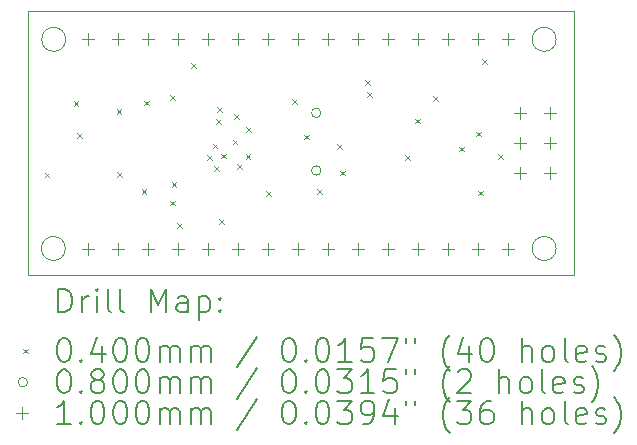
<source format=gbr>
%TF.GenerationSoftware,KiCad,Pcbnew,7.0.10*%
%TF.CreationDate,2024-02-19T12:28:38+05:30*%
%TF.ProjectId,ArduinoNano _Rudra_2021eeb1208,41726475-696e-46f4-9e61-6e6f205f5275,rev?*%
%TF.SameCoordinates,Original*%
%TF.FileFunction,Drillmap*%
%TF.FilePolarity,Positive*%
%FSLAX45Y45*%
G04 Gerber Fmt 4.5, Leading zero omitted, Abs format (unit mm)*
G04 Created by KiCad (PCBNEW 7.0.10) date 2024-02-19 12:28:38*
%MOMM*%
%LPD*%
G01*
G04 APERTURE LIST*
%ADD10C,0.100000*%
%ADD11C,0.200000*%
G04 APERTURE END LIST*
D10*
X6261100Y-9715500D02*
G75*
G03*
X6057900Y-9715500I-101600J0D01*
G01*
X6057900Y-9715500D02*
G75*
G03*
X6261100Y-9715500I101600J0D01*
G01*
X10414000Y-11486000D02*
G75*
G03*
X10210800Y-11486000I-101600J0D01*
G01*
X10210800Y-11486000D02*
G75*
G03*
X10414000Y-11486000I101600J0D01*
G01*
X6258600Y-11486000D02*
G75*
G03*
X6055400Y-11486000I-101600J0D01*
G01*
X6055400Y-11486000D02*
G75*
G03*
X6258600Y-11486000I101600J0D01*
G01*
X5943600Y-9474200D02*
X10566400Y-9474200D01*
X10566400Y-11709400D01*
X5943600Y-11709400D01*
X5943600Y-9474200D01*
X10414000Y-9715500D02*
G75*
G03*
X10210800Y-9715500I-101600J0D01*
G01*
X10210800Y-9715500D02*
G75*
G03*
X10414000Y-9715500I101600J0D01*
G01*
D11*
D10*
X6082890Y-10843760D02*
X6122890Y-10883760D01*
X6122890Y-10843760D02*
X6082890Y-10883760D01*
X6328020Y-10237340D02*
X6368020Y-10277340D01*
X6368020Y-10237340D02*
X6328020Y-10277340D01*
X6360770Y-10508170D02*
X6400770Y-10548170D01*
X6400770Y-10508170D02*
X6360770Y-10548170D01*
X6693140Y-10306800D02*
X6733140Y-10346800D01*
X6733140Y-10306800D02*
X6693140Y-10346800D01*
X6698720Y-10838190D02*
X6738720Y-10878190D01*
X6738720Y-10838190D02*
X6698720Y-10878190D01*
X6904610Y-10981190D02*
X6944610Y-11021190D01*
X6944610Y-10981190D02*
X6904610Y-11021190D01*
X6927760Y-10234450D02*
X6967760Y-10274450D01*
X6967760Y-10234450D02*
X6927760Y-10274450D01*
X7147480Y-10188350D02*
X7187480Y-10228350D01*
X7187480Y-10188350D02*
X7147480Y-10228350D01*
X7148420Y-11080680D02*
X7188420Y-11120680D01*
X7188420Y-11080680D02*
X7148420Y-11120680D01*
X7157780Y-10922070D02*
X7197780Y-10962070D01*
X7197780Y-10922070D02*
X7157780Y-10962070D01*
X7205760Y-11273740D02*
X7245760Y-11313740D01*
X7245760Y-11273740D02*
X7205760Y-11313740D01*
X7322260Y-9919120D02*
X7362260Y-9959120D01*
X7362260Y-9919120D02*
X7322260Y-9959120D01*
X7460490Y-10696910D02*
X7500490Y-10736910D01*
X7500490Y-10696910D02*
X7460490Y-10736910D01*
X7505520Y-10599450D02*
X7545520Y-10639450D01*
X7545520Y-10599450D02*
X7505520Y-10639450D01*
X7515280Y-10787240D02*
X7555280Y-10827240D01*
X7555280Y-10787240D02*
X7515280Y-10827240D01*
X7535670Y-10390210D02*
X7575670Y-10430210D01*
X7575670Y-10390210D02*
X7535670Y-10430210D01*
X7541890Y-10286490D02*
X7581890Y-10326490D01*
X7581890Y-10286490D02*
X7541890Y-10326490D01*
X7558950Y-11236050D02*
X7598950Y-11276050D01*
X7598950Y-11236050D02*
X7558950Y-11276050D01*
X7576670Y-10682110D02*
X7616670Y-10722110D01*
X7616670Y-10682110D02*
X7576670Y-10722110D01*
X7675900Y-10565530D02*
X7715900Y-10605530D01*
X7715900Y-10565530D02*
X7675900Y-10605530D01*
X7688030Y-10350230D02*
X7728030Y-10390230D01*
X7728030Y-10350230D02*
X7688030Y-10390230D01*
X7711120Y-10769450D02*
X7751120Y-10809450D01*
X7751120Y-10769450D02*
X7711120Y-10809450D01*
X7784790Y-10687240D02*
X7824790Y-10727240D01*
X7824790Y-10687240D02*
X7784790Y-10727240D01*
X7789580Y-10459860D02*
X7829580Y-10499860D01*
X7829580Y-10459860D02*
X7789580Y-10499860D01*
X7956550Y-11002810D02*
X7996550Y-11042810D01*
X7996550Y-11002810D02*
X7956550Y-11042810D01*
X8180490Y-10223130D02*
X8220490Y-10263130D01*
X8220490Y-10223130D02*
X8180490Y-10263130D01*
X8279990Y-10521120D02*
X8319990Y-10561120D01*
X8319990Y-10521120D02*
X8279990Y-10561120D01*
X8388280Y-10985930D02*
X8428280Y-11025930D01*
X8428280Y-10985930D02*
X8388280Y-11025930D01*
X8556710Y-10600560D02*
X8596710Y-10640560D01*
X8596710Y-10600560D02*
X8556710Y-10640560D01*
X8587070Y-10826700D02*
X8627070Y-10866700D01*
X8627070Y-10826700D02*
X8587070Y-10866700D01*
X8794660Y-10062330D02*
X8834660Y-10102330D01*
X8834660Y-10062330D02*
X8794660Y-10102330D01*
X8814750Y-10164140D02*
X8854750Y-10204140D01*
X8854750Y-10164140D02*
X8814750Y-10204140D01*
X9136470Y-10695030D02*
X9176470Y-10735030D01*
X9176470Y-10695030D02*
X9136470Y-10735030D01*
X9221920Y-10387150D02*
X9261920Y-10427150D01*
X9261920Y-10387150D02*
X9221920Y-10427150D01*
X9372690Y-10194440D02*
X9412690Y-10234440D01*
X9412690Y-10194440D02*
X9372690Y-10234440D01*
X9590240Y-10623670D02*
X9630240Y-10663670D01*
X9630240Y-10623670D02*
X9590240Y-10663670D01*
X9734460Y-10496950D02*
X9774460Y-10536950D01*
X9774460Y-10496950D02*
X9734460Y-10536950D01*
X9753060Y-10995440D02*
X9793060Y-11035440D01*
X9793060Y-10995440D02*
X9753060Y-11035440D01*
X9784400Y-9882680D02*
X9824400Y-9922680D01*
X9824400Y-9882680D02*
X9784400Y-9922680D01*
X9920640Y-10689960D02*
X9960640Y-10729960D01*
X9960640Y-10689960D02*
X9920640Y-10729960D01*
X8422000Y-10337800D02*
G75*
G03*
X8342000Y-10337800I-40000J0D01*
G01*
X8342000Y-10337800D02*
G75*
G03*
X8422000Y-10337800I40000J0D01*
G01*
X8422000Y-10825800D02*
G75*
G03*
X8342000Y-10825800I-40000J0D01*
G01*
X8342000Y-10825800D02*
G75*
G03*
X8422000Y-10825800I40000J0D01*
G01*
X6451600Y-9665500D02*
X6451600Y-9765500D01*
X6401600Y-9715500D02*
X6501600Y-9715500D01*
X6451600Y-11443500D02*
X6451600Y-11543500D01*
X6401600Y-11493500D02*
X6501600Y-11493500D01*
X6705600Y-9665500D02*
X6705600Y-9765500D01*
X6655600Y-9715500D02*
X6755600Y-9715500D01*
X6705600Y-11443500D02*
X6705600Y-11543500D01*
X6655600Y-11493500D02*
X6755600Y-11493500D01*
X6959600Y-9665500D02*
X6959600Y-9765500D01*
X6909600Y-9715500D02*
X7009600Y-9715500D01*
X6959600Y-11443500D02*
X6959600Y-11543500D01*
X6909600Y-11493500D02*
X7009600Y-11493500D01*
X7213600Y-9665500D02*
X7213600Y-9765500D01*
X7163600Y-9715500D02*
X7263600Y-9715500D01*
X7213600Y-11443500D02*
X7213600Y-11543500D01*
X7163600Y-11493500D02*
X7263600Y-11493500D01*
X7467600Y-9665500D02*
X7467600Y-9765500D01*
X7417600Y-9715500D02*
X7517600Y-9715500D01*
X7467600Y-11443500D02*
X7467600Y-11543500D01*
X7417600Y-11493500D02*
X7517600Y-11493500D01*
X7721600Y-9665500D02*
X7721600Y-9765500D01*
X7671600Y-9715500D02*
X7771600Y-9715500D01*
X7721600Y-11443500D02*
X7721600Y-11543500D01*
X7671600Y-11493500D02*
X7771600Y-11493500D01*
X7975600Y-9665500D02*
X7975600Y-9765500D01*
X7925600Y-9715500D02*
X8025600Y-9715500D01*
X7975600Y-11443500D02*
X7975600Y-11543500D01*
X7925600Y-11493500D02*
X8025600Y-11493500D01*
X8229600Y-9665500D02*
X8229600Y-9765500D01*
X8179600Y-9715500D02*
X8279600Y-9715500D01*
X8229600Y-11443500D02*
X8229600Y-11543500D01*
X8179600Y-11493500D02*
X8279600Y-11493500D01*
X8483600Y-9665500D02*
X8483600Y-9765500D01*
X8433600Y-9715500D02*
X8533600Y-9715500D01*
X8483600Y-11443500D02*
X8483600Y-11543500D01*
X8433600Y-11493500D02*
X8533600Y-11493500D01*
X8737600Y-9665500D02*
X8737600Y-9765500D01*
X8687600Y-9715500D02*
X8787600Y-9715500D01*
X8737600Y-11443500D02*
X8737600Y-11543500D01*
X8687600Y-11493500D02*
X8787600Y-11493500D01*
X8991600Y-9665500D02*
X8991600Y-9765500D01*
X8941600Y-9715500D02*
X9041600Y-9715500D01*
X8991600Y-11443500D02*
X8991600Y-11543500D01*
X8941600Y-11493500D02*
X9041600Y-11493500D01*
X9245600Y-9665500D02*
X9245600Y-9765500D01*
X9195600Y-9715500D02*
X9295600Y-9715500D01*
X9245600Y-11443500D02*
X9245600Y-11543500D01*
X9195600Y-11493500D02*
X9295600Y-11493500D01*
X9499600Y-9665500D02*
X9499600Y-9765500D01*
X9449600Y-9715500D02*
X9549600Y-9715500D01*
X9499600Y-11443500D02*
X9499600Y-11543500D01*
X9449600Y-11493500D02*
X9549600Y-11493500D01*
X9753600Y-9665500D02*
X9753600Y-9765500D01*
X9703600Y-9715500D02*
X9803600Y-9715500D01*
X9753600Y-11443500D02*
X9753600Y-11543500D01*
X9703600Y-11493500D02*
X9803600Y-11493500D01*
X10007600Y-9665500D02*
X10007600Y-9765500D01*
X9957600Y-9715500D02*
X10057600Y-9715500D01*
X10007600Y-11443500D02*
X10007600Y-11543500D01*
X9957600Y-11493500D02*
X10057600Y-11493500D01*
X10109200Y-10287800D02*
X10109200Y-10387800D01*
X10059200Y-10337800D02*
X10159200Y-10337800D01*
X10109200Y-10541800D02*
X10109200Y-10641800D01*
X10059200Y-10591800D02*
X10159200Y-10591800D01*
X10109200Y-10795800D02*
X10109200Y-10895800D01*
X10059200Y-10845800D02*
X10159200Y-10845800D01*
X10363200Y-10287800D02*
X10363200Y-10387800D01*
X10313200Y-10337800D02*
X10413200Y-10337800D01*
X10363200Y-10541800D02*
X10363200Y-10641800D01*
X10313200Y-10591800D02*
X10413200Y-10591800D01*
X10363200Y-10795800D02*
X10363200Y-10895800D01*
X10313200Y-10845800D02*
X10413200Y-10845800D01*
D11*
X6199377Y-12025884D02*
X6199377Y-11825884D01*
X6199377Y-11825884D02*
X6246996Y-11825884D01*
X6246996Y-11825884D02*
X6275567Y-11835408D01*
X6275567Y-11835408D02*
X6294615Y-11854455D01*
X6294615Y-11854455D02*
X6304139Y-11873503D01*
X6304139Y-11873503D02*
X6313662Y-11911598D01*
X6313662Y-11911598D02*
X6313662Y-11940169D01*
X6313662Y-11940169D02*
X6304139Y-11978265D01*
X6304139Y-11978265D02*
X6294615Y-11997312D01*
X6294615Y-11997312D02*
X6275567Y-12016360D01*
X6275567Y-12016360D02*
X6246996Y-12025884D01*
X6246996Y-12025884D02*
X6199377Y-12025884D01*
X6399377Y-12025884D02*
X6399377Y-11892550D01*
X6399377Y-11930646D02*
X6408901Y-11911598D01*
X6408901Y-11911598D02*
X6418424Y-11902074D01*
X6418424Y-11902074D02*
X6437472Y-11892550D01*
X6437472Y-11892550D02*
X6456520Y-11892550D01*
X6523186Y-12025884D02*
X6523186Y-11892550D01*
X6523186Y-11825884D02*
X6513662Y-11835408D01*
X6513662Y-11835408D02*
X6523186Y-11844931D01*
X6523186Y-11844931D02*
X6532710Y-11835408D01*
X6532710Y-11835408D02*
X6523186Y-11825884D01*
X6523186Y-11825884D02*
X6523186Y-11844931D01*
X6646996Y-12025884D02*
X6627948Y-12016360D01*
X6627948Y-12016360D02*
X6618424Y-11997312D01*
X6618424Y-11997312D02*
X6618424Y-11825884D01*
X6751758Y-12025884D02*
X6732710Y-12016360D01*
X6732710Y-12016360D02*
X6723186Y-11997312D01*
X6723186Y-11997312D02*
X6723186Y-11825884D01*
X6980329Y-12025884D02*
X6980329Y-11825884D01*
X6980329Y-11825884D02*
X7046996Y-11968741D01*
X7046996Y-11968741D02*
X7113662Y-11825884D01*
X7113662Y-11825884D02*
X7113662Y-12025884D01*
X7294615Y-12025884D02*
X7294615Y-11921122D01*
X7294615Y-11921122D02*
X7285091Y-11902074D01*
X7285091Y-11902074D02*
X7266043Y-11892550D01*
X7266043Y-11892550D02*
X7227948Y-11892550D01*
X7227948Y-11892550D02*
X7208901Y-11902074D01*
X7294615Y-12016360D02*
X7275567Y-12025884D01*
X7275567Y-12025884D02*
X7227948Y-12025884D01*
X7227948Y-12025884D02*
X7208901Y-12016360D01*
X7208901Y-12016360D02*
X7199377Y-11997312D01*
X7199377Y-11997312D02*
X7199377Y-11978265D01*
X7199377Y-11978265D02*
X7208901Y-11959217D01*
X7208901Y-11959217D02*
X7227948Y-11949693D01*
X7227948Y-11949693D02*
X7275567Y-11949693D01*
X7275567Y-11949693D02*
X7294615Y-11940169D01*
X7389853Y-11892550D02*
X7389853Y-12092550D01*
X7389853Y-11902074D02*
X7408901Y-11892550D01*
X7408901Y-11892550D02*
X7446996Y-11892550D01*
X7446996Y-11892550D02*
X7466043Y-11902074D01*
X7466043Y-11902074D02*
X7475567Y-11911598D01*
X7475567Y-11911598D02*
X7485091Y-11930646D01*
X7485091Y-11930646D02*
X7485091Y-11987788D01*
X7485091Y-11987788D02*
X7475567Y-12006836D01*
X7475567Y-12006836D02*
X7466043Y-12016360D01*
X7466043Y-12016360D02*
X7446996Y-12025884D01*
X7446996Y-12025884D02*
X7408901Y-12025884D01*
X7408901Y-12025884D02*
X7389853Y-12016360D01*
X7570805Y-12006836D02*
X7580329Y-12016360D01*
X7580329Y-12016360D02*
X7570805Y-12025884D01*
X7570805Y-12025884D02*
X7561282Y-12016360D01*
X7561282Y-12016360D02*
X7570805Y-12006836D01*
X7570805Y-12006836D02*
X7570805Y-12025884D01*
X7570805Y-11902074D02*
X7580329Y-11911598D01*
X7580329Y-11911598D02*
X7570805Y-11921122D01*
X7570805Y-11921122D02*
X7561282Y-11911598D01*
X7561282Y-11911598D02*
X7570805Y-11902074D01*
X7570805Y-11902074D02*
X7570805Y-11921122D01*
D10*
X5898600Y-12334400D02*
X5938600Y-12374400D01*
X5938600Y-12334400D02*
X5898600Y-12374400D01*
D11*
X6237472Y-12245884D02*
X6256520Y-12245884D01*
X6256520Y-12245884D02*
X6275567Y-12255408D01*
X6275567Y-12255408D02*
X6285091Y-12264931D01*
X6285091Y-12264931D02*
X6294615Y-12283979D01*
X6294615Y-12283979D02*
X6304139Y-12322074D01*
X6304139Y-12322074D02*
X6304139Y-12369693D01*
X6304139Y-12369693D02*
X6294615Y-12407788D01*
X6294615Y-12407788D02*
X6285091Y-12426836D01*
X6285091Y-12426836D02*
X6275567Y-12436360D01*
X6275567Y-12436360D02*
X6256520Y-12445884D01*
X6256520Y-12445884D02*
X6237472Y-12445884D01*
X6237472Y-12445884D02*
X6218424Y-12436360D01*
X6218424Y-12436360D02*
X6208901Y-12426836D01*
X6208901Y-12426836D02*
X6199377Y-12407788D01*
X6199377Y-12407788D02*
X6189853Y-12369693D01*
X6189853Y-12369693D02*
X6189853Y-12322074D01*
X6189853Y-12322074D02*
X6199377Y-12283979D01*
X6199377Y-12283979D02*
X6208901Y-12264931D01*
X6208901Y-12264931D02*
X6218424Y-12255408D01*
X6218424Y-12255408D02*
X6237472Y-12245884D01*
X6389853Y-12426836D02*
X6399377Y-12436360D01*
X6399377Y-12436360D02*
X6389853Y-12445884D01*
X6389853Y-12445884D02*
X6380329Y-12436360D01*
X6380329Y-12436360D02*
X6389853Y-12426836D01*
X6389853Y-12426836D02*
X6389853Y-12445884D01*
X6570805Y-12312550D02*
X6570805Y-12445884D01*
X6523186Y-12236360D02*
X6475567Y-12379217D01*
X6475567Y-12379217D02*
X6599377Y-12379217D01*
X6713662Y-12245884D02*
X6732710Y-12245884D01*
X6732710Y-12245884D02*
X6751758Y-12255408D01*
X6751758Y-12255408D02*
X6761282Y-12264931D01*
X6761282Y-12264931D02*
X6770805Y-12283979D01*
X6770805Y-12283979D02*
X6780329Y-12322074D01*
X6780329Y-12322074D02*
X6780329Y-12369693D01*
X6780329Y-12369693D02*
X6770805Y-12407788D01*
X6770805Y-12407788D02*
X6761282Y-12426836D01*
X6761282Y-12426836D02*
X6751758Y-12436360D01*
X6751758Y-12436360D02*
X6732710Y-12445884D01*
X6732710Y-12445884D02*
X6713662Y-12445884D01*
X6713662Y-12445884D02*
X6694615Y-12436360D01*
X6694615Y-12436360D02*
X6685091Y-12426836D01*
X6685091Y-12426836D02*
X6675567Y-12407788D01*
X6675567Y-12407788D02*
X6666043Y-12369693D01*
X6666043Y-12369693D02*
X6666043Y-12322074D01*
X6666043Y-12322074D02*
X6675567Y-12283979D01*
X6675567Y-12283979D02*
X6685091Y-12264931D01*
X6685091Y-12264931D02*
X6694615Y-12255408D01*
X6694615Y-12255408D02*
X6713662Y-12245884D01*
X6904139Y-12245884D02*
X6923186Y-12245884D01*
X6923186Y-12245884D02*
X6942234Y-12255408D01*
X6942234Y-12255408D02*
X6951758Y-12264931D01*
X6951758Y-12264931D02*
X6961282Y-12283979D01*
X6961282Y-12283979D02*
X6970805Y-12322074D01*
X6970805Y-12322074D02*
X6970805Y-12369693D01*
X6970805Y-12369693D02*
X6961282Y-12407788D01*
X6961282Y-12407788D02*
X6951758Y-12426836D01*
X6951758Y-12426836D02*
X6942234Y-12436360D01*
X6942234Y-12436360D02*
X6923186Y-12445884D01*
X6923186Y-12445884D02*
X6904139Y-12445884D01*
X6904139Y-12445884D02*
X6885091Y-12436360D01*
X6885091Y-12436360D02*
X6875567Y-12426836D01*
X6875567Y-12426836D02*
X6866043Y-12407788D01*
X6866043Y-12407788D02*
X6856520Y-12369693D01*
X6856520Y-12369693D02*
X6856520Y-12322074D01*
X6856520Y-12322074D02*
X6866043Y-12283979D01*
X6866043Y-12283979D02*
X6875567Y-12264931D01*
X6875567Y-12264931D02*
X6885091Y-12255408D01*
X6885091Y-12255408D02*
X6904139Y-12245884D01*
X7056520Y-12445884D02*
X7056520Y-12312550D01*
X7056520Y-12331598D02*
X7066043Y-12322074D01*
X7066043Y-12322074D02*
X7085091Y-12312550D01*
X7085091Y-12312550D02*
X7113663Y-12312550D01*
X7113663Y-12312550D02*
X7132710Y-12322074D01*
X7132710Y-12322074D02*
X7142234Y-12341122D01*
X7142234Y-12341122D02*
X7142234Y-12445884D01*
X7142234Y-12341122D02*
X7151758Y-12322074D01*
X7151758Y-12322074D02*
X7170805Y-12312550D01*
X7170805Y-12312550D02*
X7199377Y-12312550D01*
X7199377Y-12312550D02*
X7218424Y-12322074D01*
X7218424Y-12322074D02*
X7227948Y-12341122D01*
X7227948Y-12341122D02*
X7227948Y-12445884D01*
X7323186Y-12445884D02*
X7323186Y-12312550D01*
X7323186Y-12331598D02*
X7332710Y-12322074D01*
X7332710Y-12322074D02*
X7351758Y-12312550D01*
X7351758Y-12312550D02*
X7380329Y-12312550D01*
X7380329Y-12312550D02*
X7399377Y-12322074D01*
X7399377Y-12322074D02*
X7408901Y-12341122D01*
X7408901Y-12341122D02*
X7408901Y-12445884D01*
X7408901Y-12341122D02*
X7418424Y-12322074D01*
X7418424Y-12322074D02*
X7437472Y-12312550D01*
X7437472Y-12312550D02*
X7466043Y-12312550D01*
X7466043Y-12312550D02*
X7485091Y-12322074D01*
X7485091Y-12322074D02*
X7494615Y-12341122D01*
X7494615Y-12341122D02*
X7494615Y-12445884D01*
X7885091Y-12236360D02*
X7713663Y-12493503D01*
X8142234Y-12245884D02*
X8161282Y-12245884D01*
X8161282Y-12245884D02*
X8180329Y-12255408D01*
X8180329Y-12255408D02*
X8189853Y-12264931D01*
X8189853Y-12264931D02*
X8199377Y-12283979D01*
X8199377Y-12283979D02*
X8208901Y-12322074D01*
X8208901Y-12322074D02*
X8208901Y-12369693D01*
X8208901Y-12369693D02*
X8199377Y-12407788D01*
X8199377Y-12407788D02*
X8189853Y-12426836D01*
X8189853Y-12426836D02*
X8180329Y-12436360D01*
X8180329Y-12436360D02*
X8161282Y-12445884D01*
X8161282Y-12445884D02*
X8142234Y-12445884D01*
X8142234Y-12445884D02*
X8123186Y-12436360D01*
X8123186Y-12436360D02*
X8113663Y-12426836D01*
X8113663Y-12426836D02*
X8104139Y-12407788D01*
X8104139Y-12407788D02*
X8094615Y-12369693D01*
X8094615Y-12369693D02*
X8094615Y-12322074D01*
X8094615Y-12322074D02*
X8104139Y-12283979D01*
X8104139Y-12283979D02*
X8113663Y-12264931D01*
X8113663Y-12264931D02*
X8123186Y-12255408D01*
X8123186Y-12255408D02*
X8142234Y-12245884D01*
X8294615Y-12426836D02*
X8304139Y-12436360D01*
X8304139Y-12436360D02*
X8294615Y-12445884D01*
X8294615Y-12445884D02*
X8285091Y-12436360D01*
X8285091Y-12436360D02*
X8294615Y-12426836D01*
X8294615Y-12426836D02*
X8294615Y-12445884D01*
X8427948Y-12245884D02*
X8446996Y-12245884D01*
X8446996Y-12245884D02*
X8466044Y-12255408D01*
X8466044Y-12255408D02*
X8475568Y-12264931D01*
X8475568Y-12264931D02*
X8485091Y-12283979D01*
X8485091Y-12283979D02*
X8494615Y-12322074D01*
X8494615Y-12322074D02*
X8494615Y-12369693D01*
X8494615Y-12369693D02*
X8485091Y-12407788D01*
X8485091Y-12407788D02*
X8475568Y-12426836D01*
X8475568Y-12426836D02*
X8466044Y-12436360D01*
X8466044Y-12436360D02*
X8446996Y-12445884D01*
X8446996Y-12445884D02*
X8427948Y-12445884D01*
X8427948Y-12445884D02*
X8408901Y-12436360D01*
X8408901Y-12436360D02*
X8399377Y-12426836D01*
X8399377Y-12426836D02*
X8389853Y-12407788D01*
X8389853Y-12407788D02*
X8380329Y-12369693D01*
X8380329Y-12369693D02*
X8380329Y-12322074D01*
X8380329Y-12322074D02*
X8389853Y-12283979D01*
X8389853Y-12283979D02*
X8399377Y-12264931D01*
X8399377Y-12264931D02*
X8408901Y-12255408D01*
X8408901Y-12255408D02*
X8427948Y-12245884D01*
X8685091Y-12445884D02*
X8570806Y-12445884D01*
X8627948Y-12445884D02*
X8627948Y-12245884D01*
X8627948Y-12245884D02*
X8608901Y-12274455D01*
X8608901Y-12274455D02*
X8589853Y-12293503D01*
X8589853Y-12293503D02*
X8570806Y-12303027D01*
X8866044Y-12245884D02*
X8770806Y-12245884D01*
X8770806Y-12245884D02*
X8761282Y-12341122D01*
X8761282Y-12341122D02*
X8770806Y-12331598D01*
X8770806Y-12331598D02*
X8789853Y-12322074D01*
X8789853Y-12322074D02*
X8837472Y-12322074D01*
X8837472Y-12322074D02*
X8856520Y-12331598D01*
X8856520Y-12331598D02*
X8866044Y-12341122D01*
X8866044Y-12341122D02*
X8875568Y-12360169D01*
X8875568Y-12360169D02*
X8875568Y-12407788D01*
X8875568Y-12407788D02*
X8866044Y-12426836D01*
X8866044Y-12426836D02*
X8856520Y-12436360D01*
X8856520Y-12436360D02*
X8837472Y-12445884D01*
X8837472Y-12445884D02*
X8789853Y-12445884D01*
X8789853Y-12445884D02*
X8770806Y-12436360D01*
X8770806Y-12436360D02*
X8761282Y-12426836D01*
X8942234Y-12245884D02*
X9075568Y-12245884D01*
X9075568Y-12245884D02*
X8989853Y-12445884D01*
X9142234Y-12245884D02*
X9142234Y-12283979D01*
X9218425Y-12245884D02*
X9218425Y-12283979D01*
X9513663Y-12522074D02*
X9504139Y-12512550D01*
X9504139Y-12512550D02*
X9485091Y-12483979D01*
X9485091Y-12483979D02*
X9475568Y-12464931D01*
X9475568Y-12464931D02*
X9466044Y-12436360D01*
X9466044Y-12436360D02*
X9456520Y-12388741D01*
X9456520Y-12388741D02*
X9456520Y-12350646D01*
X9456520Y-12350646D02*
X9466044Y-12303027D01*
X9466044Y-12303027D02*
X9475568Y-12274455D01*
X9475568Y-12274455D02*
X9485091Y-12255408D01*
X9485091Y-12255408D02*
X9504139Y-12226836D01*
X9504139Y-12226836D02*
X9513663Y-12217312D01*
X9675568Y-12312550D02*
X9675568Y-12445884D01*
X9627949Y-12236360D02*
X9580330Y-12379217D01*
X9580330Y-12379217D02*
X9704139Y-12379217D01*
X9818425Y-12245884D02*
X9837472Y-12245884D01*
X9837472Y-12245884D02*
X9856520Y-12255408D01*
X9856520Y-12255408D02*
X9866044Y-12264931D01*
X9866044Y-12264931D02*
X9875568Y-12283979D01*
X9875568Y-12283979D02*
X9885091Y-12322074D01*
X9885091Y-12322074D02*
X9885091Y-12369693D01*
X9885091Y-12369693D02*
X9875568Y-12407788D01*
X9875568Y-12407788D02*
X9866044Y-12426836D01*
X9866044Y-12426836D02*
X9856520Y-12436360D01*
X9856520Y-12436360D02*
X9837472Y-12445884D01*
X9837472Y-12445884D02*
X9818425Y-12445884D01*
X9818425Y-12445884D02*
X9799377Y-12436360D01*
X9799377Y-12436360D02*
X9789853Y-12426836D01*
X9789853Y-12426836D02*
X9780330Y-12407788D01*
X9780330Y-12407788D02*
X9770806Y-12369693D01*
X9770806Y-12369693D02*
X9770806Y-12322074D01*
X9770806Y-12322074D02*
X9780330Y-12283979D01*
X9780330Y-12283979D02*
X9789853Y-12264931D01*
X9789853Y-12264931D02*
X9799377Y-12255408D01*
X9799377Y-12255408D02*
X9818425Y-12245884D01*
X10123187Y-12445884D02*
X10123187Y-12245884D01*
X10208901Y-12445884D02*
X10208901Y-12341122D01*
X10208901Y-12341122D02*
X10199377Y-12322074D01*
X10199377Y-12322074D02*
X10180330Y-12312550D01*
X10180330Y-12312550D02*
X10151758Y-12312550D01*
X10151758Y-12312550D02*
X10132711Y-12322074D01*
X10132711Y-12322074D02*
X10123187Y-12331598D01*
X10332711Y-12445884D02*
X10313663Y-12436360D01*
X10313663Y-12436360D02*
X10304139Y-12426836D01*
X10304139Y-12426836D02*
X10294615Y-12407788D01*
X10294615Y-12407788D02*
X10294615Y-12350646D01*
X10294615Y-12350646D02*
X10304139Y-12331598D01*
X10304139Y-12331598D02*
X10313663Y-12322074D01*
X10313663Y-12322074D02*
X10332711Y-12312550D01*
X10332711Y-12312550D02*
X10361282Y-12312550D01*
X10361282Y-12312550D02*
X10380330Y-12322074D01*
X10380330Y-12322074D02*
X10389853Y-12331598D01*
X10389853Y-12331598D02*
X10399377Y-12350646D01*
X10399377Y-12350646D02*
X10399377Y-12407788D01*
X10399377Y-12407788D02*
X10389853Y-12426836D01*
X10389853Y-12426836D02*
X10380330Y-12436360D01*
X10380330Y-12436360D02*
X10361282Y-12445884D01*
X10361282Y-12445884D02*
X10332711Y-12445884D01*
X10513663Y-12445884D02*
X10494615Y-12436360D01*
X10494615Y-12436360D02*
X10485092Y-12417312D01*
X10485092Y-12417312D02*
X10485092Y-12245884D01*
X10666044Y-12436360D02*
X10646996Y-12445884D01*
X10646996Y-12445884D02*
X10608901Y-12445884D01*
X10608901Y-12445884D02*
X10589853Y-12436360D01*
X10589853Y-12436360D02*
X10580330Y-12417312D01*
X10580330Y-12417312D02*
X10580330Y-12341122D01*
X10580330Y-12341122D02*
X10589853Y-12322074D01*
X10589853Y-12322074D02*
X10608901Y-12312550D01*
X10608901Y-12312550D02*
X10646996Y-12312550D01*
X10646996Y-12312550D02*
X10666044Y-12322074D01*
X10666044Y-12322074D02*
X10675568Y-12341122D01*
X10675568Y-12341122D02*
X10675568Y-12360169D01*
X10675568Y-12360169D02*
X10580330Y-12379217D01*
X10751758Y-12436360D02*
X10770806Y-12445884D01*
X10770806Y-12445884D02*
X10808901Y-12445884D01*
X10808901Y-12445884D02*
X10827949Y-12436360D01*
X10827949Y-12436360D02*
X10837473Y-12417312D01*
X10837473Y-12417312D02*
X10837473Y-12407788D01*
X10837473Y-12407788D02*
X10827949Y-12388741D01*
X10827949Y-12388741D02*
X10808901Y-12379217D01*
X10808901Y-12379217D02*
X10780330Y-12379217D01*
X10780330Y-12379217D02*
X10761282Y-12369693D01*
X10761282Y-12369693D02*
X10751758Y-12350646D01*
X10751758Y-12350646D02*
X10751758Y-12341122D01*
X10751758Y-12341122D02*
X10761282Y-12322074D01*
X10761282Y-12322074D02*
X10780330Y-12312550D01*
X10780330Y-12312550D02*
X10808901Y-12312550D01*
X10808901Y-12312550D02*
X10827949Y-12322074D01*
X10904139Y-12522074D02*
X10913663Y-12512550D01*
X10913663Y-12512550D02*
X10932711Y-12483979D01*
X10932711Y-12483979D02*
X10942234Y-12464931D01*
X10942234Y-12464931D02*
X10951758Y-12436360D01*
X10951758Y-12436360D02*
X10961282Y-12388741D01*
X10961282Y-12388741D02*
X10961282Y-12350646D01*
X10961282Y-12350646D02*
X10951758Y-12303027D01*
X10951758Y-12303027D02*
X10942234Y-12274455D01*
X10942234Y-12274455D02*
X10932711Y-12255408D01*
X10932711Y-12255408D02*
X10913663Y-12226836D01*
X10913663Y-12226836D02*
X10904139Y-12217312D01*
D10*
X5938600Y-12618400D02*
G75*
G03*
X5858600Y-12618400I-40000J0D01*
G01*
X5858600Y-12618400D02*
G75*
G03*
X5938600Y-12618400I40000J0D01*
G01*
D11*
X6237472Y-12509884D02*
X6256520Y-12509884D01*
X6256520Y-12509884D02*
X6275567Y-12519408D01*
X6275567Y-12519408D02*
X6285091Y-12528931D01*
X6285091Y-12528931D02*
X6294615Y-12547979D01*
X6294615Y-12547979D02*
X6304139Y-12586074D01*
X6304139Y-12586074D02*
X6304139Y-12633693D01*
X6304139Y-12633693D02*
X6294615Y-12671788D01*
X6294615Y-12671788D02*
X6285091Y-12690836D01*
X6285091Y-12690836D02*
X6275567Y-12700360D01*
X6275567Y-12700360D02*
X6256520Y-12709884D01*
X6256520Y-12709884D02*
X6237472Y-12709884D01*
X6237472Y-12709884D02*
X6218424Y-12700360D01*
X6218424Y-12700360D02*
X6208901Y-12690836D01*
X6208901Y-12690836D02*
X6199377Y-12671788D01*
X6199377Y-12671788D02*
X6189853Y-12633693D01*
X6189853Y-12633693D02*
X6189853Y-12586074D01*
X6189853Y-12586074D02*
X6199377Y-12547979D01*
X6199377Y-12547979D02*
X6208901Y-12528931D01*
X6208901Y-12528931D02*
X6218424Y-12519408D01*
X6218424Y-12519408D02*
X6237472Y-12509884D01*
X6389853Y-12690836D02*
X6399377Y-12700360D01*
X6399377Y-12700360D02*
X6389853Y-12709884D01*
X6389853Y-12709884D02*
X6380329Y-12700360D01*
X6380329Y-12700360D02*
X6389853Y-12690836D01*
X6389853Y-12690836D02*
X6389853Y-12709884D01*
X6513662Y-12595598D02*
X6494615Y-12586074D01*
X6494615Y-12586074D02*
X6485091Y-12576550D01*
X6485091Y-12576550D02*
X6475567Y-12557503D01*
X6475567Y-12557503D02*
X6475567Y-12547979D01*
X6475567Y-12547979D02*
X6485091Y-12528931D01*
X6485091Y-12528931D02*
X6494615Y-12519408D01*
X6494615Y-12519408D02*
X6513662Y-12509884D01*
X6513662Y-12509884D02*
X6551758Y-12509884D01*
X6551758Y-12509884D02*
X6570805Y-12519408D01*
X6570805Y-12519408D02*
X6580329Y-12528931D01*
X6580329Y-12528931D02*
X6589853Y-12547979D01*
X6589853Y-12547979D02*
X6589853Y-12557503D01*
X6589853Y-12557503D02*
X6580329Y-12576550D01*
X6580329Y-12576550D02*
X6570805Y-12586074D01*
X6570805Y-12586074D02*
X6551758Y-12595598D01*
X6551758Y-12595598D02*
X6513662Y-12595598D01*
X6513662Y-12595598D02*
X6494615Y-12605122D01*
X6494615Y-12605122D02*
X6485091Y-12614646D01*
X6485091Y-12614646D02*
X6475567Y-12633693D01*
X6475567Y-12633693D02*
X6475567Y-12671788D01*
X6475567Y-12671788D02*
X6485091Y-12690836D01*
X6485091Y-12690836D02*
X6494615Y-12700360D01*
X6494615Y-12700360D02*
X6513662Y-12709884D01*
X6513662Y-12709884D02*
X6551758Y-12709884D01*
X6551758Y-12709884D02*
X6570805Y-12700360D01*
X6570805Y-12700360D02*
X6580329Y-12690836D01*
X6580329Y-12690836D02*
X6589853Y-12671788D01*
X6589853Y-12671788D02*
X6589853Y-12633693D01*
X6589853Y-12633693D02*
X6580329Y-12614646D01*
X6580329Y-12614646D02*
X6570805Y-12605122D01*
X6570805Y-12605122D02*
X6551758Y-12595598D01*
X6713662Y-12509884D02*
X6732710Y-12509884D01*
X6732710Y-12509884D02*
X6751758Y-12519408D01*
X6751758Y-12519408D02*
X6761282Y-12528931D01*
X6761282Y-12528931D02*
X6770805Y-12547979D01*
X6770805Y-12547979D02*
X6780329Y-12586074D01*
X6780329Y-12586074D02*
X6780329Y-12633693D01*
X6780329Y-12633693D02*
X6770805Y-12671788D01*
X6770805Y-12671788D02*
X6761282Y-12690836D01*
X6761282Y-12690836D02*
X6751758Y-12700360D01*
X6751758Y-12700360D02*
X6732710Y-12709884D01*
X6732710Y-12709884D02*
X6713662Y-12709884D01*
X6713662Y-12709884D02*
X6694615Y-12700360D01*
X6694615Y-12700360D02*
X6685091Y-12690836D01*
X6685091Y-12690836D02*
X6675567Y-12671788D01*
X6675567Y-12671788D02*
X6666043Y-12633693D01*
X6666043Y-12633693D02*
X6666043Y-12586074D01*
X6666043Y-12586074D02*
X6675567Y-12547979D01*
X6675567Y-12547979D02*
X6685091Y-12528931D01*
X6685091Y-12528931D02*
X6694615Y-12519408D01*
X6694615Y-12519408D02*
X6713662Y-12509884D01*
X6904139Y-12509884D02*
X6923186Y-12509884D01*
X6923186Y-12509884D02*
X6942234Y-12519408D01*
X6942234Y-12519408D02*
X6951758Y-12528931D01*
X6951758Y-12528931D02*
X6961282Y-12547979D01*
X6961282Y-12547979D02*
X6970805Y-12586074D01*
X6970805Y-12586074D02*
X6970805Y-12633693D01*
X6970805Y-12633693D02*
X6961282Y-12671788D01*
X6961282Y-12671788D02*
X6951758Y-12690836D01*
X6951758Y-12690836D02*
X6942234Y-12700360D01*
X6942234Y-12700360D02*
X6923186Y-12709884D01*
X6923186Y-12709884D02*
X6904139Y-12709884D01*
X6904139Y-12709884D02*
X6885091Y-12700360D01*
X6885091Y-12700360D02*
X6875567Y-12690836D01*
X6875567Y-12690836D02*
X6866043Y-12671788D01*
X6866043Y-12671788D02*
X6856520Y-12633693D01*
X6856520Y-12633693D02*
X6856520Y-12586074D01*
X6856520Y-12586074D02*
X6866043Y-12547979D01*
X6866043Y-12547979D02*
X6875567Y-12528931D01*
X6875567Y-12528931D02*
X6885091Y-12519408D01*
X6885091Y-12519408D02*
X6904139Y-12509884D01*
X7056520Y-12709884D02*
X7056520Y-12576550D01*
X7056520Y-12595598D02*
X7066043Y-12586074D01*
X7066043Y-12586074D02*
X7085091Y-12576550D01*
X7085091Y-12576550D02*
X7113663Y-12576550D01*
X7113663Y-12576550D02*
X7132710Y-12586074D01*
X7132710Y-12586074D02*
X7142234Y-12605122D01*
X7142234Y-12605122D02*
X7142234Y-12709884D01*
X7142234Y-12605122D02*
X7151758Y-12586074D01*
X7151758Y-12586074D02*
X7170805Y-12576550D01*
X7170805Y-12576550D02*
X7199377Y-12576550D01*
X7199377Y-12576550D02*
X7218424Y-12586074D01*
X7218424Y-12586074D02*
X7227948Y-12605122D01*
X7227948Y-12605122D02*
X7227948Y-12709884D01*
X7323186Y-12709884D02*
X7323186Y-12576550D01*
X7323186Y-12595598D02*
X7332710Y-12586074D01*
X7332710Y-12586074D02*
X7351758Y-12576550D01*
X7351758Y-12576550D02*
X7380329Y-12576550D01*
X7380329Y-12576550D02*
X7399377Y-12586074D01*
X7399377Y-12586074D02*
X7408901Y-12605122D01*
X7408901Y-12605122D02*
X7408901Y-12709884D01*
X7408901Y-12605122D02*
X7418424Y-12586074D01*
X7418424Y-12586074D02*
X7437472Y-12576550D01*
X7437472Y-12576550D02*
X7466043Y-12576550D01*
X7466043Y-12576550D02*
X7485091Y-12586074D01*
X7485091Y-12586074D02*
X7494615Y-12605122D01*
X7494615Y-12605122D02*
X7494615Y-12709884D01*
X7885091Y-12500360D02*
X7713663Y-12757503D01*
X8142234Y-12509884D02*
X8161282Y-12509884D01*
X8161282Y-12509884D02*
X8180329Y-12519408D01*
X8180329Y-12519408D02*
X8189853Y-12528931D01*
X8189853Y-12528931D02*
X8199377Y-12547979D01*
X8199377Y-12547979D02*
X8208901Y-12586074D01*
X8208901Y-12586074D02*
X8208901Y-12633693D01*
X8208901Y-12633693D02*
X8199377Y-12671788D01*
X8199377Y-12671788D02*
X8189853Y-12690836D01*
X8189853Y-12690836D02*
X8180329Y-12700360D01*
X8180329Y-12700360D02*
X8161282Y-12709884D01*
X8161282Y-12709884D02*
X8142234Y-12709884D01*
X8142234Y-12709884D02*
X8123186Y-12700360D01*
X8123186Y-12700360D02*
X8113663Y-12690836D01*
X8113663Y-12690836D02*
X8104139Y-12671788D01*
X8104139Y-12671788D02*
X8094615Y-12633693D01*
X8094615Y-12633693D02*
X8094615Y-12586074D01*
X8094615Y-12586074D02*
X8104139Y-12547979D01*
X8104139Y-12547979D02*
X8113663Y-12528931D01*
X8113663Y-12528931D02*
X8123186Y-12519408D01*
X8123186Y-12519408D02*
X8142234Y-12509884D01*
X8294615Y-12690836D02*
X8304139Y-12700360D01*
X8304139Y-12700360D02*
X8294615Y-12709884D01*
X8294615Y-12709884D02*
X8285091Y-12700360D01*
X8285091Y-12700360D02*
X8294615Y-12690836D01*
X8294615Y-12690836D02*
X8294615Y-12709884D01*
X8427948Y-12509884D02*
X8446996Y-12509884D01*
X8446996Y-12509884D02*
X8466044Y-12519408D01*
X8466044Y-12519408D02*
X8475568Y-12528931D01*
X8475568Y-12528931D02*
X8485091Y-12547979D01*
X8485091Y-12547979D02*
X8494615Y-12586074D01*
X8494615Y-12586074D02*
X8494615Y-12633693D01*
X8494615Y-12633693D02*
X8485091Y-12671788D01*
X8485091Y-12671788D02*
X8475568Y-12690836D01*
X8475568Y-12690836D02*
X8466044Y-12700360D01*
X8466044Y-12700360D02*
X8446996Y-12709884D01*
X8446996Y-12709884D02*
X8427948Y-12709884D01*
X8427948Y-12709884D02*
X8408901Y-12700360D01*
X8408901Y-12700360D02*
X8399377Y-12690836D01*
X8399377Y-12690836D02*
X8389853Y-12671788D01*
X8389853Y-12671788D02*
X8380329Y-12633693D01*
X8380329Y-12633693D02*
X8380329Y-12586074D01*
X8380329Y-12586074D02*
X8389853Y-12547979D01*
X8389853Y-12547979D02*
X8399377Y-12528931D01*
X8399377Y-12528931D02*
X8408901Y-12519408D01*
X8408901Y-12519408D02*
X8427948Y-12509884D01*
X8561282Y-12509884D02*
X8685091Y-12509884D01*
X8685091Y-12509884D02*
X8618425Y-12586074D01*
X8618425Y-12586074D02*
X8646996Y-12586074D01*
X8646996Y-12586074D02*
X8666044Y-12595598D01*
X8666044Y-12595598D02*
X8675568Y-12605122D01*
X8675568Y-12605122D02*
X8685091Y-12624169D01*
X8685091Y-12624169D02*
X8685091Y-12671788D01*
X8685091Y-12671788D02*
X8675568Y-12690836D01*
X8675568Y-12690836D02*
X8666044Y-12700360D01*
X8666044Y-12700360D02*
X8646996Y-12709884D01*
X8646996Y-12709884D02*
X8589853Y-12709884D01*
X8589853Y-12709884D02*
X8570806Y-12700360D01*
X8570806Y-12700360D02*
X8561282Y-12690836D01*
X8875568Y-12709884D02*
X8761282Y-12709884D01*
X8818425Y-12709884D02*
X8818425Y-12509884D01*
X8818425Y-12509884D02*
X8799377Y-12538455D01*
X8799377Y-12538455D02*
X8780329Y-12557503D01*
X8780329Y-12557503D02*
X8761282Y-12567027D01*
X9056520Y-12509884D02*
X8961282Y-12509884D01*
X8961282Y-12509884D02*
X8951758Y-12605122D01*
X8951758Y-12605122D02*
X8961282Y-12595598D01*
X8961282Y-12595598D02*
X8980329Y-12586074D01*
X8980329Y-12586074D02*
X9027949Y-12586074D01*
X9027949Y-12586074D02*
X9046996Y-12595598D01*
X9046996Y-12595598D02*
X9056520Y-12605122D01*
X9056520Y-12605122D02*
X9066044Y-12624169D01*
X9066044Y-12624169D02*
X9066044Y-12671788D01*
X9066044Y-12671788D02*
X9056520Y-12690836D01*
X9056520Y-12690836D02*
X9046996Y-12700360D01*
X9046996Y-12700360D02*
X9027949Y-12709884D01*
X9027949Y-12709884D02*
X8980329Y-12709884D01*
X8980329Y-12709884D02*
X8961282Y-12700360D01*
X8961282Y-12700360D02*
X8951758Y-12690836D01*
X9142234Y-12509884D02*
X9142234Y-12547979D01*
X9218425Y-12509884D02*
X9218425Y-12547979D01*
X9513663Y-12786074D02*
X9504139Y-12776550D01*
X9504139Y-12776550D02*
X9485091Y-12747979D01*
X9485091Y-12747979D02*
X9475568Y-12728931D01*
X9475568Y-12728931D02*
X9466044Y-12700360D01*
X9466044Y-12700360D02*
X9456520Y-12652741D01*
X9456520Y-12652741D02*
X9456520Y-12614646D01*
X9456520Y-12614646D02*
X9466044Y-12567027D01*
X9466044Y-12567027D02*
X9475568Y-12538455D01*
X9475568Y-12538455D02*
X9485091Y-12519408D01*
X9485091Y-12519408D02*
X9504139Y-12490836D01*
X9504139Y-12490836D02*
X9513663Y-12481312D01*
X9580330Y-12528931D02*
X9589853Y-12519408D01*
X9589853Y-12519408D02*
X9608901Y-12509884D01*
X9608901Y-12509884D02*
X9656520Y-12509884D01*
X9656520Y-12509884D02*
X9675568Y-12519408D01*
X9675568Y-12519408D02*
X9685091Y-12528931D01*
X9685091Y-12528931D02*
X9694615Y-12547979D01*
X9694615Y-12547979D02*
X9694615Y-12567027D01*
X9694615Y-12567027D02*
X9685091Y-12595598D01*
X9685091Y-12595598D02*
X9570806Y-12709884D01*
X9570806Y-12709884D02*
X9694615Y-12709884D01*
X9932711Y-12709884D02*
X9932711Y-12509884D01*
X10018425Y-12709884D02*
X10018425Y-12605122D01*
X10018425Y-12605122D02*
X10008901Y-12586074D01*
X10008901Y-12586074D02*
X9989853Y-12576550D01*
X9989853Y-12576550D02*
X9961282Y-12576550D01*
X9961282Y-12576550D02*
X9942234Y-12586074D01*
X9942234Y-12586074D02*
X9932711Y-12595598D01*
X10142234Y-12709884D02*
X10123187Y-12700360D01*
X10123187Y-12700360D02*
X10113663Y-12690836D01*
X10113663Y-12690836D02*
X10104139Y-12671788D01*
X10104139Y-12671788D02*
X10104139Y-12614646D01*
X10104139Y-12614646D02*
X10113663Y-12595598D01*
X10113663Y-12595598D02*
X10123187Y-12586074D01*
X10123187Y-12586074D02*
X10142234Y-12576550D01*
X10142234Y-12576550D02*
X10170806Y-12576550D01*
X10170806Y-12576550D02*
X10189853Y-12586074D01*
X10189853Y-12586074D02*
X10199377Y-12595598D01*
X10199377Y-12595598D02*
X10208901Y-12614646D01*
X10208901Y-12614646D02*
X10208901Y-12671788D01*
X10208901Y-12671788D02*
X10199377Y-12690836D01*
X10199377Y-12690836D02*
X10189853Y-12700360D01*
X10189853Y-12700360D02*
X10170806Y-12709884D01*
X10170806Y-12709884D02*
X10142234Y-12709884D01*
X10323187Y-12709884D02*
X10304139Y-12700360D01*
X10304139Y-12700360D02*
X10294615Y-12681312D01*
X10294615Y-12681312D02*
X10294615Y-12509884D01*
X10475568Y-12700360D02*
X10456520Y-12709884D01*
X10456520Y-12709884D02*
X10418425Y-12709884D01*
X10418425Y-12709884D02*
X10399377Y-12700360D01*
X10399377Y-12700360D02*
X10389853Y-12681312D01*
X10389853Y-12681312D02*
X10389853Y-12605122D01*
X10389853Y-12605122D02*
X10399377Y-12586074D01*
X10399377Y-12586074D02*
X10418425Y-12576550D01*
X10418425Y-12576550D02*
X10456520Y-12576550D01*
X10456520Y-12576550D02*
X10475568Y-12586074D01*
X10475568Y-12586074D02*
X10485092Y-12605122D01*
X10485092Y-12605122D02*
X10485092Y-12624169D01*
X10485092Y-12624169D02*
X10389853Y-12643217D01*
X10561282Y-12700360D02*
X10580330Y-12709884D01*
X10580330Y-12709884D02*
X10618425Y-12709884D01*
X10618425Y-12709884D02*
X10637473Y-12700360D01*
X10637473Y-12700360D02*
X10646996Y-12681312D01*
X10646996Y-12681312D02*
X10646996Y-12671788D01*
X10646996Y-12671788D02*
X10637473Y-12652741D01*
X10637473Y-12652741D02*
X10618425Y-12643217D01*
X10618425Y-12643217D02*
X10589853Y-12643217D01*
X10589853Y-12643217D02*
X10570806Y-12633693D01*
X10570806Y-12633693D02*
X10561282Y-12614646D01*
X10561282Y-12614646D02*
X10561282Y-12605122D01*
X10561282Y-12605122D02*
X10570806Y-12586074D01*
X10570806Y-12586074D02*
X10589853Y-12576550D01*
X10589853Y-12576550D02*
X10618425Y-12576550D01*
X10618425Y-12576550D02*
X10637473Y-12586074D01*
X10713663Y-12786074D02*
X10723187Y-12776550D01*
X10723187Y-12776550D02*
X10742234Y-12747979D01*
X10742234Y-12747979D02*
X10751758Y-12728931D01*
X10751758Y-12728931D02*
X10761282Y-12700360D01*
X10761282Y-12700360D02*
X10770806Y-12652741D01*
X10770806Y-12652741D02*
X10770806Y-12614646D01*
X10770806Y-12614646D02*
X10761282Y-12567027D01*
X10761282Y-12567027D02*
X10751758Y-12538455D01*
X10751758Y-12538455D02*
X10742234Y-12519408D01*
X10742234Y-12519408D02*
X10723187Y-12490836D01*
X10723187Y-12490836D02*
X10713663Y-12481312D01*
D10*
X5888600Y-12832400D02*
X5888600Y-12932400D01*
X5838600Y-12882400D02*
X5938600Y-12882400D01*
D11*
X6304139Y-12973884D02*
X6189853Y-12973884D01*
X6246996Y-12973884D02*
X6246996Y-12773884D01*
X6246996Y-12773884D02*
X6227948Y-12802455D01*
X6227948Y-12802455D02*
X6208901Y-12821503D01*
X6208901Y-12821503D02*
X6189853Y-12831027D01*
X6389853Y-12954836D02*
X6399377Y-12964360D01*
X6399377Y-12964360D02*
X6389853Y-12973884D01*
X6389853Y-12973884D02*
X6380329Y-12964360D01*
X6380329Y-12964360D02*
X6389853Y-12954836D01*
X6389853Y-12954836D02*
X6389853Y-12973884D01*
X6523186Y-12773884D02*
X6542234Y-12773884D01*
X6542234Y-12773884D02*
X6561282Y-12783408D01*
X6561282Y-12783408D02*
X6570805Y-12792931D01*
X6570805Y-12792931D02*
X6580329Y-12811979D01*
X6580329Y-12811979D02*
X6589853Y-12850074D01*
X6589853Y-12850074D02*
X6589853Y-12897693D01*
X6589853Y-12897693D02*
X6580329Y-12935788D01*
X6580329Y-12935788D02*
X6570805Y-12954836D01*
X6570805Y-12954836D02*
X6561282Y-12964360D01*
X6561282Y-12964360D02*
X6542234Y-12973884D01*
X6542234Y-12973884D02*
X6523186Y-12973884D01*
X6523186Y-12973884D02*
X6504139Y-12964360D01*
X6504139Y-12964360D02*
X6494615Y-12954836D01*
X6494615Y-12954836D02*
X6485091Y-12935788D01*
X6485091Y-12935788D02*
X6475567Y-12897693D01*
X6475567Y-12897693D02*
X6475567Y-12850074D01*
X6475567Y-12850074D02*
X6485091Y-12811979D01*
X6485091Y-12811979D02*
X6494615Y-12792931D01*
X6494615Y-12792931D02*
X6504139Y-12783408D01*
X6504139Y-12783408D02*
X6523186Y-12773884D01*
X6713662Y-12773884D02*
X6732710Y-12773884D01*
X6732710Y-12773884D02*
X6751758Y-12783408D01*
X6751758Y-12783408D02*
X6761282Y-12792931D01*
X6761282Y-12792931D02*
X6770805Y-12811979D01*
X6770805Y-12811979D02*
X6780329Y-12850074D01*
X6780329Y-12850074D02*
X6780329Y-12897693D01*
X6780329Y-12897693D02*
X6770805Y-12935788D01*
X6770805Y-12935788D02*
X6761282Y-12954836D01*
X6761282Y-12954836D02*
X6751758Y-12964360D01*
X6751758Y-12964360D02*
X6732710Y-12973884D01*
X6732710Y-12973884D02*
X6713662Y-12973884D01*
X6713662Y-12973884D02*
X6694615Y-12964360D01*
X6694615Y-12964360D02*
X6685091Y-12954836D01*
X6685091Y-12954836D02*
X6675567Y-12935788D01*
X6675567Y-12935788D02*
X6666043Y-12897693D01*
X6666043Y-12897693D02*
X6666043Y-12850074D01*
X6666043Y-12850074D02*
X6675567Y-12811979D01*
X6675567Y-12811979D02*
X6685091Y-12792931D01*
X6685091Y-12792931D02*
X6694615Y-12783408D01*
X6694615Y-12783408D02*
X6713662Y-12773884D01*
X6904139Y-12773884D02*
X6923186Y-12773884D01*
X6923186Y-12773884D02*
X6942234Y-12783408D01*
X6942234Y-12783408D02*
X6951758Y-12792931D01*
X6951758Y-12792931D02*
X6961282Y-12811979D01*
X6961282Y-12811979D02*
X6970805Y-12850074D01*
X6970805Y-12850074D02*
X6970805Y-12897693D01*
X6970805Y-12897693D02*
X6961282Y-12935788D01*
X6961282Y-12935788D02*
X6951758Y-12954836D01*
X6951758Y-12954836D02*
X6942234Y-12964360D01*
X6942234Y-12964360D02*
X6923186Y-12973884D01*
X6923186Y-12973884D02*
X6904139Y-12973884D01*
X6904139Y-12973884D02*
X6885091Y-12964360D01*
X6885091Y-12964360D02*
X6875567Y-12954836D01*
X6875567Y-12954836D02*
X6866043Y-12935788D01*
X6866043Y-12935788D02*
X6856520Y-12897693D01*
X6856520Y-12897693D02*
X6856520Y-12850074D01*
X6856520Y-12850074D02*
X6866043Y-12811979D01*
X6866043Y-12811979D02*
X6875567Y-12792931D01*
X6875567Y-12792931D02*
X6885091Y-12783408D01*
X6885091Y-12783408D02*
X6904139Y-12773884D01*
X7056520Y-12973884D02*
X7056520Y-12840550D01*
X7056520Y-12859598D02*
X7066043Y-12850074D01*
X7066043Y-12850074D02*
X7085091Y-12840550D01*
X7085091Y-12840550D02*
X7113663Y-12840550D01*
X7113663Y-12840550D02*
X7132710Y-12850074D01*
X7132710Y-12850074D02*
X7142234Y-12869122D01*
X7142234Y-12869122D02*
X7142234Y-12973884D01*
X7142234Y-12869122D02*
X7151758Y-12850074D01*
X7151758Y-12850074D02*
X7170805Y-12840550D01*
X7170805Y-12840550D02*
X7199377Y-12840550D01*
X7199377Y-12840550D02*
X7218424Y-12850074D01*
X7218424Y-12850074D02*
X7227948Y-12869122D01*
X7227948Y-12869122D02*
X7227948Y-12973884D01*
X7323186Y-12973884D02*
X7323186Y-12840550D01*
X7323186Y-12859598D02*
X7332710Y-12850074D01*
X7332710Y-12850074D02*
X7351758Y-12840550D01*
X7351758Y-12840550D02*
X7380329Y-12840550D01*
X7380329Y-12840550D02*
X7399377Y-12850074D01*
X7399377Y-12850074D02*
X7408901Y-12869122D01*
X7408901Y-12869122D02*
X7408901Y-12973884D01*
X7408901Y-12869122D02*
X7418424Y-12850074D01*
X7418424Y-12850074D02*
X7437472Y-12840550D01*
X7437472Y-12840550D02*
X7466043Y-12840550D01*
X7466043Y-12840550D02*
X7485091Y-12850074D01*
X7485091Y-12850074D02*
X7494615Y-12869122D01*
X7494615Y-12869122D02*
X7494615Y-12973884D01*
X7885091Y-12764360D02*
X7713663Y-13021503D01*
X8142234Y-12773884D02*
X8161282Y-12773884D01*
X8161282Y-12773884D02*
X8180329Y-12783408D01*
X8180329Y-12783408D02*
X8189853Y-12792931D01*
X8189853Y-12792931D02*
X8199377Y-12811979D01*
X8199377Y-12811979D02*
X8208901Y-12850074D01*
X8208901Y-12850074D02*
X8208901Y-12897693D01*
X8208901Y-12897693D02*
X8199377Y-12935788D01*
X8199377Y-12935788D02*
X8189853Y-12954836D01*
X8189853Y-12954836D02*
X8180329Y-12964360D01*
X8180329Y-12964360D02*
X8161282Y-12973884D01*
X8161282Y-12973884D02*
X8142234Y-12973884D01*
X8142234Y-12973884D02*
X8123186Y-12964360D01*
X8123186Y-12964360D02*
X8113663Y-12954836D01*
X8113663Y-12954836D02*
X8104139Y-12935788D01*
X8104139Y-12935788D02*
X8094615Y-12897693D01*
X8094615Y-12897693D02*
X8094615Y-12850074D01*
X8094615Y-12850074D02*
X8104139Y-12811979D01*
X8104139Y-12811979D02*
X8113663Y-12792931D01*
X8113663Y-12792931D02*
X8123186Y-12783408D01*
X8123186Y-12783408D02*
X8142234Y-12773884D01*
X8294615Y-12954836D02*
X8304139Y-12964360D01*
X8304139Y-12964360D02*
X8294615Y-12973884D01*
X8294615Y-12973884D02*
X8285091Y-12964360D01*
X8285091Y-12964360D02*
X8294615Y-12954836D01*
X8294615Y-12954836D02*
X8294615Y-12973884D01*
X8427948Y-12773884D02*
X8446996Y-12773884D01*
X8446996Y-12773884D02*
X8466044Y-12783408D01*
X8466044Y-12783408D02*
X8475568Y-12792931D01*
X8475568Y-12792931D02*
X8485091Y-12811979D01*
X8485091Y-12811979D02*
X8494615Y-12850074D01*
X8494615Y-12850074D02*
X8494615Y-12897693D01*
X8494615Y-12897693D02*
X8485091Y-12935788D01*
X8485091Y-12935788D02*
X8475568Y-12954836D01*
X8475568Y-12954836D02*
X8466044Y-12964360D01*
X8466044Y-12964360D02*
X8446996Y-12973884D01*
X8446996Y-12973884D02*
X8427948Y-12973884D01*
X8427948Y-12973884D02*
X8408901Y-12964360D01*
X8408901Y-12964360D02*
X8399377Y-12954836D01*
X8399377Y-12954836D02*
X8389853Y-12935788D01*
X8389853Y-12935788D02*
X8380329Y-12897693D01*
X8380329Y-12897693D02*
X8380329Y-12850074D01*
X8380329Y-12850074D02*
X8389853Y-12811979D01*
X8389853Y-12811979D02*
X8399377Y-12792931D01*
X8399377Y-12792931D02*
X8408901Y-12783408D01*
X8408901Y-12783408D02*
X8427948Y-12773884D01*
X8561282Y-12773884D02*
X8685091Y-12773884D01*
X8685091Y-12773884D02*
X8618425Y-12850074D01*
X8618425Y-12850074D02*
X8646996Y-12850074D01*
X8646996Y-12850074D02*
X8666044Y-12859598D01*
X8666044Y-12859598D02*
X8675568Y-12869122D01*
X8675568Y-12869122D02*
X8685091Y-12888169D01*
X8685091Y-12888169D02*
X8685091Y-12935788D01*
X8685091Y-12935788D02*
X8675568Y-12954836D01*
X8675568Y-12954836D02*
X8666044Y-12964360D01*
X8666044Y-12964360D02*
X8646996Y-12973884D01*
X8646996Y-12973884D02*
X8589853Y-12973884D01*
X8589853Y-12973884D02*
X8570806Y-12964360D01*
X8570806Y-12964360D02*
X8561282Y-12954836D01*
X8780329Y-12973884D02*
X8818425Y-12973884D01*
X8818425Y-12973884D02*
X8837472Y-12964360D01*
X8837472Y-12964360D02*
X8846996Y-12954836D01*
X8846996Y-12954836D02*
X8866044Y-12926265D01*
X8866044Y-12926265D02*
X8875568Y-12888169D01*
X8875568Y-12888169D02*
X8875568Y-12811979D01*
X8875568Y-12811979D02*
X8866044Y-12792931D01*
X8866044Y-12792931D02*
X8856520Y-12783408D01*
X8856520Y-12783408D02*
X8837472Y-12773884D01*
X8837472Y-12773884D02*
X8799377Y-12773884D01*
X8799377Y-12773884D02*
X8780329Y-12783408D01*
X8780329Y-12783408D02*
X8770806Y-12792931D01*
X8770806Y-12792931D02*
X8761282Y-12811979D01*
X8761282Y-12811979D02*
X8761282Y-12859598D01*
X8761282Y-12859598D02*
X8770806Y-12878646D01*
X8770806Y-12878646D02*
X8780329Y-12888169D01*
X8780329Y-12888169D02*
X8799377Y-12897693D01*
X8799377Y-12897693D02*
X8837472Y-12897693D01*
X8837472Y-12897693D02*
X8856520Y-12888169D01*
X8856520Y-12888169D02*
X8866044Y-12878646D01*
X8866044Y-12878646D02*
X8875568Y-12859598D01*
X9046996Y-12840550D02*
X9046996Y-12973884D01*
X8999377Y-12764360D02*
X8951758Y-12907217D01*
X8951758Y-12907217D02*
X9075568Y-12907217D01*
X9142234Y-12773884D02*
X9142234Y-12811979D01*
X9218425Y-12773884D02*
X9218425Y-12811979D01*
X9513663Y-13050074D02*
X9504139Y-13040550D01*
X9504139Y-13040550D02*
X9485091Y-13011979D01*
X9485091Y-13011979D02*
X9475568Y-12992931D01*
X9475568Y-12992931D02*
X9466044Y-12964360D01*
X9466044Y-12964360D02*
X9456520Y-12916741D01*
X9456520Y-12916741D02*
X9456520Y-12878646D01*
X9456520Y-12878646D02*
X9466044Y-12831027D01*
X9466044Y-12831027D02*
X9475568Y-12802455D01*
X9475568Y-12802455D02*
X9485091Y-12783408D01*
X9485091Y-12783408D02*
X9504139Y-12754836D01*
X9504139Y-12754836D02*
X9513663Y-12745312D01*
X9570806Y-12773884D02*
X9694615Y-12773884D01*
X9694615Y-12773884D02*
X9627949Y-12850074D01*
X9627949Y-12850074D02*
X9656520Y-12850074D01*
X9656520Y-12850074D02*
X9675568Y-12859598D01*
X9675568Y-12859598D02*
X9685091Y-12869122D01*
X9685091Y-12869122D02*
X9694615Y-12888169D01*
X9694615Y-12888169D02*
X9694615Y-12935788D01*
X9694615Y-12935788D02*
X9685091Y-12954836D01*
X9685091Y-12954836D02*
X9675568Y-12964360D01*
X9675568Y-12964360D02*
X9656520Y-12973884D01*
X9656520Y-12973884D02*
X9599377Y-12973884D01*
X9599377Y-12973884D02*
X9580330Y-12964360D01*
X9580330Y-12964360D02*
X9570806Y-12954836D01*
X9866044Y-12773884D02*
X9827949Y-12773884D01*
X9827949Y-12773884D02*
X9808901Y-12783408D01*
X9808901Y-12783408D02*
X9799377Y-12792931D01*
X9799377Y-12792931D02*
X9780330Y-12821503D01*
X9780330Y-12821503D02*
X9770806Y-12859598D01*
X9770806Y-12859598D02*
X9770806Y-12935788D01*
X9770806Y-12935788D02*
X9780330Y-12954836D01*
X9780330Y-12954836D02*
X9789853Y-12964360D01*
X9789853Y-12964360D02*
X9808901Y-12973884D01*
X9808901Y-12973884D02*
X9846996Y-12973884D01*
X9846996Y-12973884D02*
X9866044Y-12964360D01*
X9866044Y-12964360D02*
X9875568Y-12954836D01*
X9875568Y-12954836D02*
X9885091Y-12935788D01*
X9885091Y-12935788D02*
X9885091Y-12888169D01*
X9885091Y-12888169D02*
X9875568Y-12869122D01*
X9875568Y-12869122D02*
X9866044Y-12859598D01*
X9866044Y-12859598D02*
X9846996Y-12850074D01*
X9846996Y-12850074D02*
X9808901Y-12850074D01*
X9808901Y-12850074D02*
X9789853Y-12859598D01*
X9789853Y-12859598D02*
X9780330Y-12869122D01*
X9780330Y-12869122D02*
X9770806Y-12888169D01*
X10123187Y-12973884D02*
X10123187Y-12773884D01*
X10208901Y-12973884D02*
X10208901Y-12869122D01*
X10208901Y-12869122D02*
X10199377Y-12850074D01*
X10199377Y-12850074D02*
X10180330Y-12840550D01*
X10180330Y-12840550D02*
X10151758Y-12840550D01*
X10151758Y-12840550D02*
X10132711Y-12850074D01*
X10132711Y-12850074D02*
X10123187Y-12859598D01*
X10332711Y-12973884D02*
X10313663Y-12964360D01*
X10313663Y-12964360D02*
X10304139Y-12954836D01*
X10304139Y-12954836D02*
X10294615Y-12935788D01*
X10294615Y-12935788D02*
X10294615Y-12878646D01*
X10294615Y-12878646D02*
X10304139Y-12859598D01*
X10304139Y-12859598D02*
X10313663Y-12850074D01*
X10313663Y-12850074D02*
X10332711Y-12840550D01*
X10332711Y-12840550D02*
X10361282Y-12840550D01*
X10361282Y-12840550D02*
X10380330Y-12850074D01*
X10380330Y-12850074D02*
X10389853Y-12859598D01*
X10389853Y-12859598D02*
X10399377Y-12878646D01*
X10399377Y-12878646D02*
X10399377Y-12935788D01*
X10399377Y-12935788D02*
X10389853Y-12954836D01*
X10389853Y-12954836D02*
X10380330Y-12964360D01*
X10380330Y-12964360D02*
X10361282Y-12973884D01*
X10361282Y-12973884D02*
X10332711Y-12973884D01*
X10513663Y-12973884D02*
X10494615Y-12964360D01*
X10494615Y-12964360D02*
X10485092Y-12945312D01*
X10485092Y-12945312D02*
X10485092Y-12773884D01*
X10666044Y-12964360D02*
X10646996Y-12973884D01*
X10646996Y-12973884D02*
X10608901Y-12973884D01*
X10608901Y-12973884D02*
X10589853Y-12964360D01*
X10589853Y-12964360D02*
X10580330Y-12945312D01*
X10580330Y-12945312D02*
X10580330Y-12869122D01*
X10580330Y-12869122D02*
X10589853Y-12850074D01*
X10589853Y-12850074D02*
X10608901Y-12840550D01*
X10608901Y-12840550D02*
X10646996Y-12840550D01*
X10646996Y-12840550D02*
X10666044Y-12850074D01*
X10666044Y-12850074D02*
X10675568Y-12869122D01*
X10675568Y-12869122D02*
X10675568Y-12888169D01*
X10675568Y-12888169D02*
X10580330Y-12907217D01*
X10751758Y-12964360D02*
X10770806Y-12973884D01*
X10770806Y-12973884D02*
X10808901Y-12973884D01*
X10808901Y-12973884D02*
X10827949Y-12964360D01*
X10827949Y-12964360D02*
X10837473Y-12945312D01*
X10837473Y-12945312D02*
X10837473Y-12935788D01*
X10837473Y-12935788D02*
X10827949Y-12916741D01*
X10827949Y-12916741D02*
X10808901Y-12907217D01*
X10808901Y-12907217D02*
X10780330Y-12907217D01*
X10780330Y-12907217D02*
X10761282Y-12897693D01*
X10761282Y-12897693D02*
X10751758Y-12878646D01*
X10751758Y-12878646D02*
X10751758Y-12869122D01*
X10751758Y-12869122D02*
X10761282Y-12850074D01*
X10761282Y-12850074D02*
X10780330Y-12840550D01*
X10780330Y-12840550D02*
X10808901Y-12840550D01*
X10808901Y-12840550D02*
X10827949Y-12850074D01*
X10904139Y-13050074D02*
X10913663Y-13040550D01*
X10913663Y-13040550D02*
X10932711Y-13011979D01*
X10932711Y-13011979D02*
X10942234Y-12992931D01*
X10942234Y-12992931D02*
X10951758Y-12964360D01*
X10951758Y-12964360D02*
X10961282Y-12916741D01*
X10961282Y-12916741D02*
X10961282Y-12878646D01*
X10961282Y-12878646D02*
X10951758Y-12831027D01*
X10951758Y-12831027D02*
X10942234Y-12802455D01*
X10942234Y-12802455D02*
X10932711Y-12783408D01*
X10932711Y-12783408D02*
X10913663Y-12754836D01*
X10913663Y-12754836D02*
X10904139Y-12745312D01*
M02*

</source>
